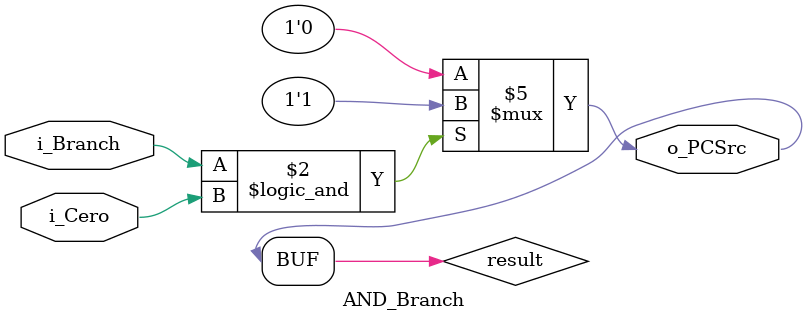
<source format=v>
`timescale 1ns / 1ps


module AND_Branch
    #(
    )
    (
        input   wire    i_Branch    ,
        input   wire    i_Cero      ,
        output  wire    o_PCSrc                 
    );
    
    reg result  ;    
    assign  o_PCSrc   =   result  ;
    
    initial 
    begin
        result     <=      1'b0;      
    end
    
    always @(*)
    begin
        if(i_Branch && i_Cero)
            result   <=     1'b1    ;
        else
            result   <=     1'b0    ;
    end   
endmodule

</source>
